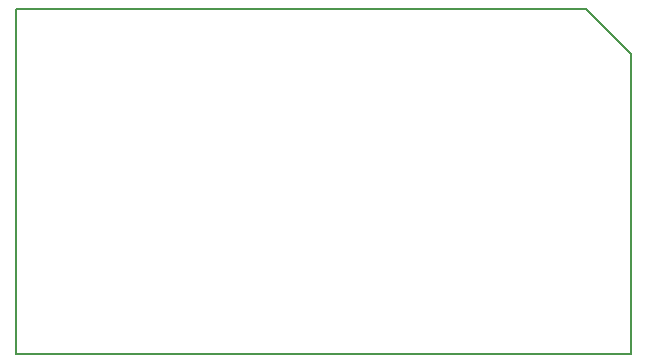
<source format=gbr>
G04 #@! TF.FileFunction,Profile,NP*
%FSLAX46Y46*%
G04 Gerber Fmt 4.6, Leading zero omitted, Abs format (unit mm)*
G04 Created by KiCad (PCBNEW 4.0.7+dfsg1-1) date Tue Jul 31 15:42:36 2018*
%MOMM*%
%LPD*%
G01*
G04 APERTURE LIST*
%ADD10C,0.100000*%
%ADD11C,0.150000*%
G04 APERTURE END LIST*
D10*
D11*
X116840000Y-87630000D02*
X116840000Y-58420000D01*
X168910000Y-87630000D02*
X116840000Y-87630000D01*
X168910000Y-62230000D02*
X168910000Y-87630000D01*
X165100000Y-58420000D02*
X168910000Y-62230000D01*
X116840000Y-58420000D02*
X165100000Y-58420000D01*
M02*

</source>
